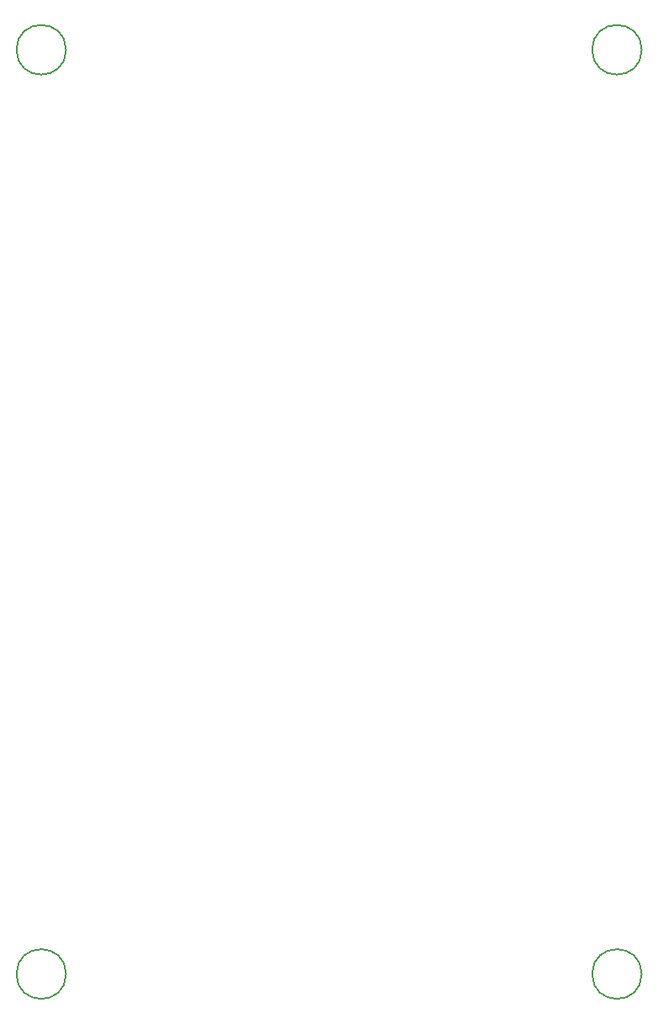
<source format=gbr>
%TF.GenerationSoftware,KiCad,Pcbnew,7.0.5-7.0.5~ubuntu22.04.1*%
%TF.CreationDate,2023-07-02T20:15:11+01:00*%
%TF.ProjectId,sensorboard-v4-base-station,73656e73-6f72-4626-9f61-72642d76342d,rev?*%
%TF.SameCoordinates,Original*%
%TF.FileFunction,Other,Comment*%
%FSLAX46Y46*%
G04 Gerber Fmt 4.6, Leading zero omitted, Abs format (unit mm)*
G04 Created by KiCad (PCBNEW 7.0.5-7.0.5~ubuntu22.04.1) date 2023-07-02 20:15:11*
%MOMM*%
%LPD*%
G01*
G04 APERTURE LIST*
%ADD10C,0.150000*%
G04 APERTURE END LIST*
D10*
%TO.C,MH1*%
X-2370000Y95250002D02*
G75*
G03*
X-2370000Y95250002I-2500000J0D01*
G01*
%TO.C,MH3*%
X55630000Y2250002D02*
G75*
G03*
X55630000Y2250002I-2500000J0D01*
G01*
%TO.C,MH2*%
X-2370000Y2250002D02*
G75*
G03*
X-2370000Y2250002I-2500000J0D01*
G01*
%TO.C,MH4*%
X55630000Y95250002D02*
G75*
G03*
X55630000Y95250002I-2500000J0D01*
G01*
%TD*%
M02*

</source>
